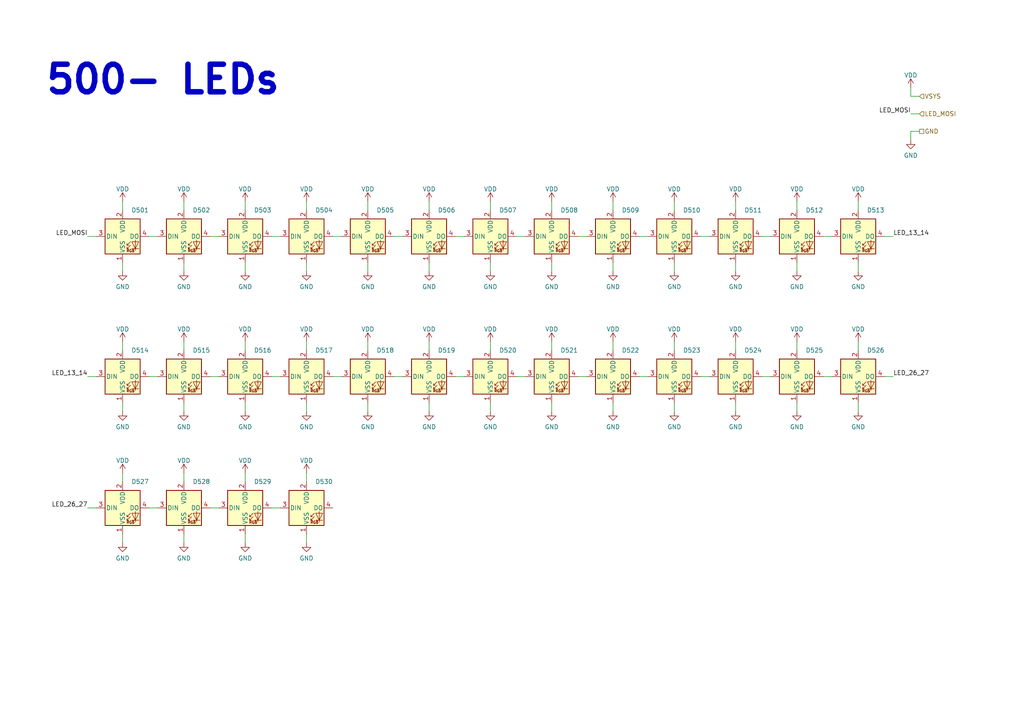
<source format=kicad_sch>
(kicad_sch (version 20231120) (generator "eeschema") (generator_version "8.0")
  (paper "A4")
  (title_block (title "PMK_Keyboard") (date "2024-02-11") (rev "HW01") (company "PumaCorp") (comment 1 "Design by: NdG"))
  (lib_symbols
    (symbol "Component lib:YF923_2020_WS2812_LED" (pin_names (offset 0.254))
      (property "Reference" "D" (at 5.08 5.715 0))
      (property "Value" "YF923_2020_WS2812_LED" (at 1.27 -5.715 0))
      (symbol "YF923_2020_WS2812_LED_0_0"
        (text "RGB" (at 2.286 -4.191 0) (effects (font (size 0.762 0.762))))
      )
      (symbol "YF923_2020_WS2812_LED_0_1"
        (polyline (pts (xy 1.27 -3.556) (xy 1.778 -3.556)))
        (polyline (pts (xy 1.27 -2.54) (xy 1.778 -2.54)))
        (polyline (pts (xy 4.699 -3.556) (xy 2.667 -3.556)))
        (polyline (pts (xy 2.286 -2.54) (xy 1.27 -3.556) (xy 1.27 -3.048)))
        (polyline (pts (xy 2.286 -1.524) (xy 1.27 -2.54) (xy 1.27 -2.032)))
        (polyline (pts (xy 3.683 -1.016) (xy 3.683 -3.556) (xy 3.683 -4.064)))
        (polyline (pts (xy 4.699 -1.524) (xy 2.667 -1.524) (xy 3.683 -3.556) (xy 4.699 -1.524)))
        (rectangle (start 5.08 5.08) (end -5.08 -5.08) (stroke (width 0.254)) (fill (type background)))
      )
      (symbol "YF923_2020_WS2812_LED_1_1"
        (pin power_in line (at 0 -7.62 90) (length 2.54) (name "VSS") (number "1"))
        (pin power_in line (at 0 7.62 270) (length 2.54) (name "VDD") (number "2"))
        (pin input line (at -7.62 0 0) (length 2.54) (name "DIN") (number "3"))
        (pin output line (at 7.62 0 180) (length 2.54) (name "DO") (number "4"))
      )
    )
    (symbol "power:GND" (power) (pin_names (offset 0))
      (property "Value" "GND" (at 0 -3.81 0))
      (symbol "GND_0_1"
        (polyline (pts (xy 0 0) (xy 0 -1.27) (xy 1.27 -1.27) (xy 0 -2.54) (xy -1.27 -1.27) (xy 0 -1.27)))
      )
      (symbol "GND_1_1"
        (pin power_in line (at 0 0 270) (length 0) hide (name "GND") (number "1"))
      )
    )
    (symbol "power:VDD" (power) (pin_names (offset 0))
      (property "Value" "VDD" (at 0 3.81 0))
      (symbol "VDD_0_1"
        (polyline (pts (xy -0.762 1.27) (xy 0 2.54)))
        (polyline (pts (xy 0 0) (xy 0 2.54)))
        (polyline (pts (xy 0 2.54) (xy 0.762 1.27)))
      )
      (symbol "VDD_1_1"
        (pin power_in line (at 0 0 90) (length 0) hide (name "VDD") (number "1"))
      )
    )
  )
  (wire (pts (xy 142.24 76.2) (xy 142.24 78.74)))
  (wire (pts (xy 149.86 109.22) (xy 152.4 109.22)))
  (wire (pts (xy 124.46 99.06) (xy 124.46 101.6)))
  (wire (pts (xy 88.9 99.06) (xy 88.9 101.6)))
  (wire (pts (xy 35.56 58.42) (xy 35.56 60.96)))
  (wire (pts (xy 231.14 58.42) (xy 231.14 60.96)))
  (wire (pts (xy 213.36 99.06) (xy 213.36 101.6)))
  (wire (pts (xy 132.08 68.58) (xy 134.62 68.58)))
  (wire (pts (xy 195.58 99.06) (xy 195.58 101.6)))
  (wire (pts (xy 213.36 58.42) (xy 213.36 60.96)))
  (wire (pts (xy 35.56 76.2) (xy 35.56 78.74)))
  (wire (pts (xy 195.58 116.84) (xy 195.58 119.38)))
  (wire (pts (xy 114.3 109.22) (xy 116.84 109.22)))
  (wire (pts (xy 71.12 116.84) (xy 71.12 119.38)))
  (wire (pts (xy 203.2 109.22) (xy 205.74 109.22)))
  (wire (pts (xy 106.68 76.2) (xy 106.68 78.74)))
  (wire (pts (xy 203.2 68.58) (xy 205.74 68.58)))
  (wire (pts (xy 167.64 109.22) (xy 170.18 109.22)))
  (wire (pts (xy 71.12 76.2) (xy 71.12 78.74)))
  (wire (pts (xy 88.9 154.94) (xy 88.9 157.48)))
  (wire (pts (xy 264.16 40.64) (xy 264.16 38.1)))
  (wire (pts (xy 88.9 76.2) (xy 88.9 78.74)))
  (wire (pts (xy 185.42 68.58) (xy 187.96 68.58)))
  (wire (pts (xy 160.02 58.42) (xy 160.02 60.96)))
  (wire (pts (xy 60.96 68.58) (xy 63.5 68.58)))
  (wire (pts (xy 231.14 99.06) (xy 231.14 101.6)))
  (wire (pts (xy 264.16 27.94) (xy 266.7 27.94)))
  (wire (pts (xy 256.54 109.22) (xy 259.08 109.22)))
  (wire (pts (xy 167.64 68.58) (xy 170.18 68.58)))
  (wire (pts (xy 43.18 109.22) (xy 45.72 109.22)))
  (wire (pts (xy 88.9 58.42) (xy 88.9 60.96)))
  (wire (pts (xy 96.52 68.58) (xy 99.06 68.58)))
  (wire (pts (xy 142.24 99.06) (xy 142.24 101.6)))
  (wire (pts (xy 53.34 116.84) (xy 53.34 119.38)))
  (wire (pts (xy 213.36 116.84) (xy 213.36 119.38)))
  (wire (pts (xy 35.56 99.06) (xy 35.56 101.6)))
  (wire (pts (xy 53.34 99.06) (xy 53.34 101.6)))
  (wire (pts (xy 35.56 154.94) (xy 35.56 157.48)))
  (wire (pts (xy 71.12 137.16) (xy 71.12 139.7)))
  (wire (pts (xy 177.8 58.42) (xy 177.8 60.96)))
  (wire (pts (xy 195.58 76.2) (xy 195.58 78.74)))
  (wire (pts (xy 106.68 99.06) (xy 106.68 101.6)))
  (wire (pts (xy 71.12 58.42) (xy 71.12 60.96)))
  (wire (pts (xy 53.34 76.2) (xy 53.34 78.74)))
  (wire (pts (xy 238.76 68.58) (xy 241.3 68.58)))
  (wire (pts (xy 114.3 68.58) (xy 116.84 68.58)))
  (wire (pts (xy 25.4 147.32) (xy 27.94 147.32)))
  (wire (pts (xy 35.56 137.16) (xy 35.56 139.7)))
  (wire (pts (xy 195.58 58.42) (xy 195.58 60.96)))
  (wire (pts (xy 264.16 33.02) (xy 266.7 33.02)))
  (wire (pts (xy 231.14 116.84) (xy 231.14 119.38)))
  (wire (pts (xy 248.92 76.2) (xy 248.92 78.74)))
  (wire (pts (xy 35.56 116.84) (xy 35.56 119.38)))
  (wire (pts (xy 160.02 76.2) (xy 160.02 78.74)))
  (wire (pts (xy 60.96 147.32) (xy 63.5 147.32)))
  (wire (pts (xy 264.16 38.1) (xy 266.7 38.1)))
  (wire (pts (xy 88.9 116.84) (xy 88.9 119.38)))
  (wire (pts (xy 264.16 25.4) (xy 264.16 27.94)))
  (wire (pts (xy 71.12 99.06) (xy 71.12 101.6)))
  (wire (pts (xy 213.36 76.2) (xy 213.36 78.74)))
  (wire (pts (xy 124.46 116.84) (xy 124.46 119.38)))
  (wire (pts (xy 53.34 58.42) (xy 53.34 60.96)))
  (wire (pts (xy 124.46 76.2) (xy 124.46 78.74)))
  (wire (pts (xy 106.68 116.84) (xy 106.68 119.38)))
  (wire (pts (xy 78.74 68.58) (xy 81.28 68.58)))
  (wire (pts (xy 231.14 76.2) (xy 231.14 78.74)))
  (wire (pts (xy 177.8 116.84) (xy 177.8 119.38)))
  (wire (pts (xy 60.96 109.22) (xy 63.5 109.22)))
  (wire (pts (xy 185.42 109.22) (xy 187.96 109.22)))
  (wire (pts (xy 96.52 109.22) (xy 99.06 109.22)))
  (wire (pts (xy 160.02 116.84) (xy 160.02 119.38)))
  (wire (pts (xy 238.76 109.22) (xy 241.3 109.22)))
  (wire (pts (xy 43.18 147.32) (xy 45.72 147.32)))
  (wire (pts (xy 160.02 99.06) (xy 160.02 101.6)))
  (wire (pts (xy 78.74 147.32) (xy 81.28 147.32)))
  (wire (pts (xy 25.4 109.22) (xy 27.94 109.22)))
  (wire (pts (xy 25.4 68.58) (xy 27.94 68.58)))
  (wire (pts (xy 132.08 109.22) (xy 134.62 109.22)))
  (wire (pts (xy 149.86 68.58) (xy 152.4 68.58)))
  (wire (pts (xy 53.34 154.94) (xy 53.34 157.48)))
  (wire (pts (xy 142.24 58.42) (xy 142.24 60.96)))
  (wire (pts (xy 142.24 116.84) (xy 142.24 119.38)))
  (wire (pts (xy 256.54 68.58) (xy 259.08 68.58)))
  (wire (pts (xy 43.18 68.58) (xy 45.72 68.58)))
  (wire (pts (xy 53.34 137.16) (xy 53.34 139.7)))
  (wire (pts (xy 71.12 154.94) (xy 71.12 157.48)))
  (wire (pts (xy 124.46 58.42) (xy 124.46 60.96)))
  (wire (pts (xy 177.8 76.2) (xy 177.8 78.74)))
  (wire (pts (xy 248.92 58.42) (xy 248.92 60.96)))
  (wire (pts (xy 248.92 116.84) (xy 248.92 119.38)))
  (wire (pts (xy 248.92 99.06) (xy 248.92 101.6)))
  (wire (pts (xy 220.98 68.58) (xy 223.52 68.58)))
  (wire (pts (xy 88.9 137.16) (xy 88.9 139.7)))
  (wire (pts (xy 177.8 99.06) (xy 177.8 101.6)))
  (wire (pts (xy 220.98 109.22) (xy 223.52 109.22)))
  (wire (pts (xy 78.74 109.22) (xy 81.28 109.22)))
  (wire (pts (xy 106.68 58.42) (xy 106.68 60.96)))
  (text "500- LEDs" (at 12.7 27.94 0) (effects (font (size 8 8) (bold yes)) (justify left bottom)))
  (label "LED_13_14" (at 259.08 68.58 0))
  (label "LED_26_27" (at 259.08 109.22 0))
  (label "LED_13_14" (at 25.4 109.22 180))
  (label "LED_MOSI" (at 264.16 33.02 180))
  (label "LED_MOSI" (at 25.4 68.58 180))
  (label "LED_26_27" (at 25.4 147.32 180))
  (hierarchical_label "LED_MOSI" (shape input) (at 266.7 33.02 0))
  (hierarchical_label "VSYS" (shape input) (at 266.7 27.94 0))
  (hierarchical_label "GND" (shape passive) (at 266.7 38.1 0))
  (symbol (lib_id "power:VDD") (at 35.56 137.16 0) (unit 1)
    (property "Reference" "#PWR0555" (effects (hide yes)))
    (property "Value" "VDD" (at 35.56 133.5842 0))
  )
  (symbol (lib_id "power:GND") (at 142.24 119.38 0) (unit 1)
    (property "Reference" "#PWR0548" (effects (hide yes)))
    (property "Value" "GND" (at 142.24 123.8234 0))
  )
  (symbol (lib_id "power:VDD") (at 142.24 99.06 0) (unit 1)
    (property "Reference" "#PWR0535" (effects (hide yes)))
    (property "Value" "VDD" (at 142.24 95.4842 0))
  )
  (symbol (lib_id "Component lib:YF923_2020_WS2812_LED") (at 106.68 68.58 0) (unit 1)
    (property "Reference" "D505" (at 111.76 60.96 0))
    (property "Value" "YF923_2020_WS2812_LED" (effects (hide yes)))
    (property "Footprint" "Component_lib:YF923_2020_WS2812_LED_DUALSIDE" (effects (hide yes)))
    (property "Datasheet" "https://fr.aliexpress.com/item/4000770210584.html?spm=a2g0o.order_list.order_list_main.4.702f5e5bJqEWkF&gatewayAdapt=glo2fra" (effects (hide yes)))
  )
  (symbol (lib_id "power:VDD") (at 35.56 58.42 0) (unit 1)
    (property "Reference" "#PWR0503" (effects (hide yes)))
    (property "Value" "VDD" (at 35.56 54.8442 0))
  )
  (symbol (lib_id "power:GND") (at 71.12 157.48 0) (unit 1)
    (property "Reference" "#PWR0560" (effects (hide yes)))
    (property "Value" "GND" (at 71.12 161.9234 0))
  )
  (symbol (lib_id "power:VDD") (at 71.12 58.42 0) (unit 1)
    (property "Reference" "#PWR0505" (effects (hide yes)))
    (property "Value" "VDD" (at 71.12 54.8442 0))
  )
  (symbol (lib_id "Component lib:YF923_2020_WS2812_LED") (at 195.58 68.58 0) (unit 1)
    (property "Reference" "D510" (at 200.66 60.96 0))
    (property "Value" "YF923_2020_WS2812_LED" (effects (hide yes)))
    (property "Footprint" "Component_lib:YF923_2020_WS2812_LED_DUALSIDE" (effects (hide yes)))
    (property "Datasheet" "https://fr.aliexpress.com/item/4000770210584.html?spm=a2g0o.order_list.order_list_main.4.702f5e5bJqEWkF&gatewayAdapt=glo2fra" (effects (hide yes)))
  )
  (symbol (lib_id "Component lib:YF923_2020_WS2812_LED") (at 177.8 68.58 0) (unit 1)
    (property "Reference" "D509" (at 182.88 60.96 0))
    (property "Value" "YF923_2020_WS2812_LED" (effects (hide yes)))
    (property "Footprint" "Component_lib:YF923_2020_WS2812_LED_DUALSIDE" (effects (hide yes)))
    (property "Datasheet" "https://fr.aliexpress.com/item/4000770210584.html?spm=a2g0o.order_list.order_list_main.4.702f5e5bJqEWkF&gatewayAdapt=glo2fra" (effects (hide yes)))
  )
  (symbol (lib_id "Component lib:YF923_2020_WS2812_LED") (at 177.8 109.22 0) (unit 1)
    (property "Reference" "D522" (at 182.88 101.6 0))
    (property "Value" "YF923_2020_WS2812_LED" (effects (hide yes)))
    (property "Footprint" "Component_lib:YF923_2020_WS2812_LED_DUALSIDE" (effects (hide yes)))
    (property "Datasheet" "https://fr.aliexpress.com/item/4000770210584.html?spm=a2g0o.order_list.order_list_main.4.702f5e5bJqEWkF&gatewayAdapt=glo2fra" (effects (hide yes)))
  )
  (symbol (lib_id "power:VDD") (at 124.46 58.42 0) (unit 1)
    (property "Reference" "#PWR0508" (effects (hide yes)))
    (property "Value" "VDD" (at 124.46 54.8442 0))
  )
  (symbol (lib_id "Component lib:YF923_2020_WS2812_LED") (at 160.02 109.22 0) (unit 1)
    (property "Reference" "D521" (at 165.1 101.6 0))
    (property "Value" "YF923_2020_WS2812_LED" (effects (hide yes)))
    (property "Footprint" "Component_lib:YF923_2020_WS2812_LED_DUALSIDE" (effects (hide yes)))
    (property "Datasheet" "https://fr.aliexpress.com/item/4000770210584.html?spm=a2g0o.order_list.order_list_main.4.702f5e5bJqEWkF&gatewayAdapt=glo2fra" (effects (hide yes)))
  )
  (symbol (lib_id "Component lib:YF923_2020_WS2812_LED") (at 142.24 68.58 0) (unit 1)
    (property "Reference" "D507" (at 147.32 60.96 0))
    (property "Value" "YF923_2020_WS2812_LED" (effects (hide yes)))
    (property "Footprint" "Component_lib:YF923_2020_WS2812_LED_DUALSIDE" (effects (hide yes)))
    (property "Datasheet" "https://fr.aliexpress.com/item/4000770210584.html?spm=a2g0o.order_list.order_list_main.4.702f5e5bJqEWkF&gatewayAdapt=glo2fra" (effects (hide yes)))
  )
  (symbol (lib_id "power:GND") (at 53.34 157.48 0) (unit 1)
    (property "Reference" "#PWR0559" (effects (hide yes)))
    (property "Value" "GND" (at 53.34 161.9234 0))
  )
  (symbol (lib_id "Component lib:YF923_2020_WS2812_LED") (at 248.92 109.22 0) (unit 1)
    (property "Reference" "D526" (at 254 101.6 0))
    (property "Value" "YF923_2020_WS2812_LED" (effects (hide yes)))
    (property "Footprint" "Component_lib:YF923_2020_WS2812_LED_DUALSIDE" (effects (hide yes)))
    (property "Datasheet" "https://fr.aliexpress.com/item/4000770210584.html?spm=a2g0o.order_list.order_list_main.4.702f5e5bJqEWkF&gatewayAdapt=glo2fra" (effects (hide yes)))
  )
  (symbol (lib_id "Component lib:YF923_2020_WS2812_LED") (at 160.02 68.58 0) (unit 1)
    (property "Reference" "D508" (at 165.1 60.96 0))
    (property "Value" "YF923_2020_WS2812_LED" (effects (hide yes)))
    (property "Footprint" "Component_lib:YF923_2020_WS2812_LED_DUALSIDE" (effects (hide yes)))
    (property "Datasheet" "https://fr.aliexpress.com/item/4000770210584.html?spm=a2g0o.order_list.order_list_main.4.702f5e5bJqEWkF&gatewayAdapt=glo2fra" (effects (hide yes)))
  )
  (symbol (lib_id "power:GND") (at 124.46 119.38 0) (unit 1)
    (property "Reference" "#PWR0547" (effects (hide yes)))
    (property "Value" "GND" (at 124.46 123.8234 0))
  )
  (symbol (lib_id "Component lib:YF923_2020_WS2812_LED") (at 248.92 68.58 0) (unit 1)
    (property "Reference" "D513" (at 254 60.96 0))
    (property "Value" "YF923_2020_WS2812_LED" (effects (hide yes)))
    (property "Footprint" "Component_lib:YF923_2020_WS2812_LED_DUALSIDE" (effects (hide yes)))
    (property "Datasheet" "https://fr.aliexpress.com/item/4000770210584.html?spm=a2g0o.order_list.order_list_main.4.702f5e5bJqEWkF&gatewayAdapt=glo2fra" (effects (hide yes)))
  )
  (symbol (lib_id "power:VDD") (at 248.92 58.42 0) (unit 1)
    (property "Reference" "#PWR0515" (effects (hide yes)))
    (property "Value" "VDD" (at 248.92 54.8442 0))
  )
  (symbol (lib_id "power:VDD") (at 53.34 137.16 0) (unit 1)
    (property "Reference" "#PWR0556" (effects (hide yes)))
    (property "Value" "VDD" (at 53.34 133.5842 0))
  )
  (symbol (lib_id "power:VDD") (at 35.56 99.06 0) (unit 1)
    (property "Reference" "#PWR0529" (effects (hide yes)))
    (property "Value" "VDD" (at 35.56 95.4842 0))
  )
  (symbol (lib_id "Component lib:YF923_2020_WS2812_LED") (at 88.9 147.32 0) (unit 1)
    (property "Reference" "D530" (at 93.98 139.7 0))
    (property "Value" "YF923_2020_WS2812_LED" (effects (hide yes)))
    (property "Footprint" "Component_lib:YF923_2020_WS2812_LED_DUALSIDE" (effects (hide yes)))
    (property "Datasheet" "https://fr.aliexpress.com/item/4000770210584.html?spm=a2g0o.order_list.order_list_main.4.702f5e5bJqEWkF&gatewayAdapt=glo2fra" (effects (hide yes)))
  )
  (symbol (lib_id "Component lib:YF923_2020_WS2812_LED") (at 71.12 147.32 0) (unit 1)
    (property "Reference" "D529" (at 76.2 139.7 0))
    (property "Value" "YF923_2020_WS2812_LED" (effects (hide yes)))
    (property "Footprint" "Component_lib:YF923_2020_WS2812_LED_DUALSIDE" (effects (hide yes)))
    (property "Datasheet" "https://fr.aliexpress.com/item/4000770210584.html?spm=a2g0o.order_list.order_list_main.4.702f5e5bJqEWkF&gatewayAdapt=glo2fra" (effects (hide yes)))
  )
  (symbol (lib_id "power:VDD") (at 264.16 25.4 0) (unit 1)
    (property "Reference" "#PWR0501" (effects (hide yes)))
    (property "Value" "VDD" (at 264.16 21.8242 0))
  )
  (symbol (lib_id "power:VDD") (at 124.46 99.06 0) (unit 1)
    (property "Reference" "#PWR0534" (effects (hide yes)))
    (property "Value" "VDD" (at 124.46 95.4842 0))
  )
  (symbol (lib_id "Component lib:YF923_2020_WS2812_LED") (at 35.56 109.22 0) (unit 1)
    (property "Reference" "D514" (at 40.64 101.6 0))
    (property "Value" "YF923_2020_WS2812_LED" (effects (hide yes)))
    (property "Footprint" "Component_lib:YF923_2020_WS2812_LED_DUALSIDE" (effects (hide yes)))
    (property "Datasheet" "https://fr.aliexpress.com/item/4000770210584.html?spm=a2g0o.order_list.order_list_main.4.702f5e5bJqEWkF&gatewayAdapt=glo2fra" (effects (hide yes)))
  )
  (symbol (lib_id "power:GND") (at 35.56 119.38 0) (unit 1)
    (property "Reference" "#PWR0542" (effects (hide yes)))
    (property "Value" "GND" (at 35.56 123.8234 0))
  )
  (symbol (lib_id "Component lib:YF923_2020_WS2812_LED") (at 106.68 109.22 0) (unit 1)
    (property "Reference" "D518" (at 111.76 101.6 0))
    (property "Value" "YF923_2020_WS2812_LED" (effects (hide yes)))
    (property "Footprint" "Component_lib:YF923_2020_WS2812_LED_DUALSIDE" (effects (hide yes)))
    (property "Datasheet" "https://fr.aliexpress.com/item/4000770210584.html?spm=a2g0o.order_list.order_list_main.4.702f5e5bJqEWkF&gatewayAdapt=glo2fra" (effects (hide yes)))
  )
  (symbol (lib_id "Component lib:YF923_2020_WS2812_LED") (at 88.9 68.58 0) (unit 1)
    (property "Reference" "D504" (at 93.98 60.96 0))
    (property "Value" "YF923_2020_WS2812_LED" (effects (hide yes)))
    (property "Footprint" "Component_lib:YF923_2020_WS2812_LED_DUALSIDE" (effects (hide yes)))
    (property "Datasheet" "https://fr.aliexpress.com/item/4000770210584.html?spm=a2g0o.order_list.order_list_main.4.702f5e5bJqEWkF&gatewayAdapt=glo2fra" (effects (hide yes)))
  )
  (symbol (lib_id "power:GND") (at 264.16 40.64 0) (unit 1)
    (property "Reference" "#PWR0502" (effects (hide yes)))
    (property "Value" "GND" (at 264.16 45.0834 0))
  )
  (symbol (lib_id "power:GND") (at 124.46 78.74 0) (unit 1)
    (property "Reference" "#PWR0521" (effects (hide yes)))
    (property "Value" "GND" (at 124.46 83.1834 0))
  )
  (symbol (lib_id "power:VDD") (at 195.58 99.06 0) (unit 1)
    (property "Reference" "#PWR0538" (effects (hide yes)))
    (property "Value" "VDD" (at 195.58 95.4842 0))
  )
  (symbol (lib_id "Component lib:YF923_2020_WS2812_LED") (at 71.12 109.22 0) (unit 1)
    (property "Reference" "D516" (at 76.2 101.6 0))
    (property "Value" "YF923_2020_WS2812_LED" (effects (hide yes)))
    (property "Footprint" "Component_lib:YF923_2020_WS2812_LED_DUALSIDE" (effects (hide yes)))
    (property "Datasheet" "https://fr.aliexpress.com/item/4000770210584.html?spm=a2g0o.order_list.order_list_main.4.702f5e5bJqEWkF&gatewayAdapt=glo2fra" (effects (hide yes)))
  )
  (symbol (lib_id "power:GND") (at 195.58 119.38 0) (unit 1)
    (property "Reference" "#PWR0551" (effects (hide yes)))
    (property "Value" "GND" (at 195.58 123.8234 0))
  )
  (symbol (lib_id "power:GND") (at 53.34 119.38 0) (unit 1)
    (property "Reference" "#PWR0543" (effects (hide yes)))
    (property "Value" "GND" (at 53.34 123.8234 0))
  )
  (symbol (lib_id "Component lib:YF923_2020_WS2812_LED") (at 213.36 109.22 0) (unit 1)
    (property "Reference" "D524" (at 218.44 101.6 0))
    (property "Value" "YF923_2020_WS2812_LED" (effects (hide yes)))
    (property "Footprint" "Component_lib:YF923_2020_WS2812_LED_DUALSIDE" (effects (hide yes)))
    (property "Datasheet" "https://fr.aliexpress.com/item/4000770210584.html?spm=a2g0o.order_list.order_list_main.4.702f5e5bJqEWkF&gatewayAdapt=glo2fra" (effects (hide yes)))
  )
  (symbol (lib_id "Component lib:YF923_2020_WS2812_LED") (at 231.14 68.58 0) (unit 1)
    (property "Reference" "D512" (at 236.22 60.96 0))
    (property "Value" "YF923_2020_WS2812_LED" (effects (hide yes)))
    (property "Footprint" "Component_lib:YF923_2020_WS2812_LED_DUALSIDE" (effects (hide yes)))
    (property "Datasheet" "https://fr.aliexpress.com/item/4000770210584.html?spm=a2g0o.order_list.order_list_main.4.702f5e5bJqEWkF&gatewayAdapt=glo2fra" (effects (hide yes)))
  )
  (symbol (lib_id "Component lib:YF923_2020_WS2812_LED") (at 124.46 109.22 0) (unit 1)
    (property "Reference" "D519" (at 129.54 101.6 0))
    (property "Value" "YF923_2020_WS2812_LED" (effects (hide yes)))
    (property "Footprint" "Component_lib:YF923_2020_WS2812_LED_DUALSIDE" (effects (hide yes)))
    (property "Datasheet" "https://fr.aliexpress.com/item/4000770210584.html?spm=a2g0o.order_list.order_list_main.4.702f5e5bJqEWkF&gatewayAdapt=glo2fra" (effects (hide yes)))
  )
  (symbol (lib_id "power:GND") (at 231.14 78.74 0) (unit 1)
    (property "Reference" "#PWR0527" (effects (hide yes)))
    (property "Value" "GND" (at 231.14 83.1834 0))
  )
  (symbol (lib_id "power:VDD") (at 195.58 58.42 0) (unit 1)
    (property "Reference" "#PWR0512" (effects (hide yes)))
    (property "Value" "VDD" (at 195.58 54.8442 0))
  )
  (symbol (lib_id "Component lib:YF923_2020_WS2812_LED") (at 142.24 109.22 0) (unit 1)
    (property "Reference" "D520" (at 147.32 101.6 0))
    (property "Value" "YF923_2020_WS2812_LED" (effects (hide yes)))
    (property "Footprint" "Component_lib:YF923_2020_WS2812_LED_DUALSIDE" (effects (hide yes)))
    (property "Datasheet" "https://fr.aliexpress.com/item/4000770210584.html?spm=a2g0o.order_list.order_list_main.4.702f5e5bJqEWkF&gatewayAdapt=glo2fra" (effects (hide yes)))
  )
  (symbol (lib_id "power:GND") (at 177.8 78.74 0) (unit 1)
    (property "Reference" "#PWR0524" (effects (hide yes)))
    (property "Value" "GND" (at 177.8 83.1834 0))
  )
  (symbol (lib_id "power:VDD") (at 106.68 58.42 0) (unit 1)
    (property "Reference" "#PWR0507" (effects (hide yes)))
    (property "Value" "VDD" (at 106.68 54.8442 0))
  )
  (symbol (lib_id "power:VDD") (at 88.9 99.06 0) (unit 1)
    (property "Reference" "#PWR0532" (effects (hide yes)))
    (property "Value" "VDD" (at 88.9 95.4842 0))
  )
  (symbol (lib_id "Component lib:YF923_2020_WS2812_LED") (at 213.36 68.58 0) (unit 1)
    (property "Reference" "D511" (at 218.44 60.96 0))
    (property "Value" "YF923_2020_WS2812_LED" (effects (hide yes)))
    (property "Footprint" "Component_lib:YF923_2020_WS2812_LED_DUALSIDE" (effects (hide yes)))
    (property "Datasheet" "https://fr.aliexpress.com/item/4000770210584.html?spm=a2g0o.order_list.order_list_main.4.702f5e5bJqEWkF&gatewayAdapt=glo2fra" (effects (hide yes)))
  )
  (symbol (lib_id "power:GND") (at 177.8 119.38 0) (unit 1)
    (property "Reference" "#PWR0550" (effects (hide yes)))
    (property "Value" "GND" (at 177.8 123.8234 0))
  )
  (symbol (lib_id "power:VDD") (at 213.36 58.42 0) (unit 1)
    (property "Reference" "#PWR0513" (effects (hide yes)))
    (property "Value" "VDD" (at 213.36 54.8442 0))
  )
  (symbol (lib_id "Component lib:YF923_2020_WS2812_LED") (at 53.34 68.58 0) (unit 1)
    (property "Reference" "D502" (at 58.42 60.96 0))
    (property "Value" "YF923_2020_WS2812_LED" (effects (hide yes)))
    (property "Footprint" "Component_lib:YF923_2020_WS2812_LED_DUALSIDE" (effects (hide yes)))
    (property "Datasheet" "https://fr.aliexpress.com/item/4000770210584.html?spm=a2g0o.order_list.order_list_main.4.702f5e5bJqEWkF&gatewayAdapt=glo2fra" (effects (hide yes)))
  )
  (symbol (lib_id "Component lib:YF923_2020_WS2812_LED") (at 124.46 68.58 0) (unit 1)
    (property "Reference" "D506" (at 129.54 60.96 0))
    (property "Value" "YF923_2020_WS2812_LED" (effects (hide yes)))
    (property "Footprint" "Component_lib:YF923_2020_WS2812_LED_DUALSIDE" (effects (hide yes)))
    (property "Datasheet" "https://fr.aliexpress.com/item/4000770210584.html?spm=a2g0o.order_list.order_list_main.4.702f5e5bJqEWkF&gatewayAdapt=glo2fra" (effects (hide yes)))
  )
  (symbol (lib_id "power:VDD") (at 53.34 58.42 0) (unit 1)
    (property "Reference" "#PWR0504" (effects (hide yes)))
    (property "Value" "VDD" (at 53.34 54.8442 0))
  )
  (symbol (lib_id "power:VDD") (at 213.36 99.06 0) (unit 1)
    (property "Reference" "#PWR0539" (effects (hide yes)))
    (property "Value" "VDD" (at 213.36 95.4842 0))
  )
  (symbol (lib_id "power:GND") (at 106.68 119.38 0) (unit 1)
    (property "Reference" "#PWR0546" (effects (hide yes)))
    (property "Value" "GND" (at 106.68 123.8234 0))
  )
  (symbol (lib_id "power:VDD") (at 88.9 137.16 0) (unit 1)
    (property "Reference" "#PWR0209" (effects (hide yes)))
    (property "Value" "VDD" (at 88.9 133.5842 0))
  )
  (symbol (lib_id "Component lib:YF923_2020_WS2812_LED") (at 35.56 147.32 0) (unit 1)
    (property "Reference" "D527" (at 40.64 139.7 0))
    (property "Value" "YF923_2020_WS2812_LED" (effects (hide yes)))
    (property "Footprint" "Component_lib:YF923_2020_WS2812_LED_DUALSIDE" (effects (hide yes)))
    (property "Datasheet" "https://fr.aliexpress.com/item/4000770210584.html?spm=a2g0o.order_list.order_list_main.4.702f5e5bJqEWkF&gatewayAdapt=glo2fra" (effects (hide yes)))
  )
  (symbol (lib_id "power:GND") (at 88.9 119.38 0) (unit 1)
    (property "Reference" "#PWR0545" (effects (hide yes)))
    (property "Value" "GND" (at 88.9 123.8234 0))
  )
  (symbol (lib_id "power:GND") (at 88.9 78.74 0) (unit 1)
    (property "Reference" "#PWR0519" (effects (hide yes)))
    (property "Value" "GND" (at 88.9 83.1834 0))
  )
  (symbol (lib_id "Component lib:YF923_2020_WS2812_LED") (at 35.56 68.58 0) (unit 1)
    (property "Reference" "D501" (at 40.64 60.96 0))
    (property "Value" "YF923_2020_WS2812_LED" (effects (hide yes)))
    (property "Footprint" "Component_lib:YF923_2020_WS2812_LED_DUALSIDE" (effects (hide yes)))
    (property "Datasheet" "https://fr.aliexpress.com/item/4000770210584.html?spm=a2g0o.order_list.order_list_main.4.702f5e5bJqEWkF&gatewayAdapt=glo2fra" (effects (hide yes)))
  )
  (symbol (lib_id "power:VDD") (at 88.9 58.42 0) (unit 1)
    (property "Reference" "#PWR0506" (effects (hide yes)))
    (property "Value" "VDD" (at 88.9 54.8442 0))
  )
  (symbol (lib_id "power:VDD") (at 71.12 137.16 0) (unit 1)
    (property "Reference" "#PWR0557" (effects (hide yes)))
    (property "Value" "VDD" (at 71.12 133.5842 0))
  )
  (symbol (lib_id "Component lib:YF923_2020_WS2812_LED") (at 195.58 109.22 0) (unit 1)
    (property "Reference" "D523" (at 200.66 101.6 0))
    (property "Value" "YF923_2020_WS2812_LED" (effects (hide yes)))
    (property "Footprint" "Component_lib:YF923_2020_WS2812_LED_DUALSIDE" (effects (hide yes)))
    (property "Datasheet" "https://fr.aliexpress.com/item/4000770210584.html?spm=a2g0o.order_list.order_list_main.4.702f5e5bJqEWkF&gatewayAdapt=glo2fra" (effects (hide yes)))
  )
  (symbol (lib_id "power:GND") (at 248.92 119.38 0) (unit 1)
    (property "Reference" "#PWR0554" (effects (hide yes)))
    (property "Value" "GND" (at 248.92 123.8234 0))
  )
  (symbol (lib_id "power:GND") (at 213.36 78.74 0) (unit 1)
    (property "Reference" "#PWR0526" (effects (hide yes)))
    (property "Value" "GND" (at 213.36 83.1834 0))
  )
  (symbol (lib_id "power:GND") (at 35.56 78.74 0) (unit 1)
    (property "Reference" "#PWR0516" (effects (hide yes)))
    (property "Value" "GND" (at 35.56 83.1834 0))
  )
  (symbol (lib_id "power:VDD") (at 53.34 99.06 0) (unit 1)
    (property "Reference" "#PWR0530" (effects (hide yes)))
    (property "Value" "VDD" (at 53.34 95.4842 0))
  )
  (symbol (lib_id "power:GND") (at 71.12 78.74 0) (unit 1)
    (property "Reference" "#PWR0518" (effects (hide yes)))
    (property "Value" "GND" (at 71.12 83.1834 0))
  )
  (symbol (lib_id "power:VDD") (at 106.68 99.06 0) (unit 1)
    (property "Reference" "#PWR0533" (effects (hide yes)))
    (property "Value" "VDD" (at 106.68 95.4842 0))
  )
  (symbol (lib_id "power:GND") (at 160.02 119.38 0) (unit 1)
    (property "Reference" "#PWR0549" (effects (hide yes)))
    (property "Value" "GND" (at 160.02 123.8234 0))
  )
  (symbol (lib_id "power:GND") (at 248.92 78.74 0) (unit 1)
    (property "Reference" "#PWR0528" (effects (hide yes)))
    (property "Value" "GND" (at 248.92 83.1834 0))
  )
  (symbol (lib_id "power:VDD") (at 142.24 58.42 0) (unit 1)
    (property "Reference" "#PWR0509" (effects (hide yes)))
    (property "Value" "VDD" (at 142.24 54.8442 0))
  )
  (symbol (lib_id "Component lib:YF923_2020_WS2812_LED") (at 53.34 147.32 0) (unit 1)
    (property "Reference" "D528" (at 58.42 139.7 0))
    (property "Value" "YF923_2020_WS2812_LED" (effects (hide yes)))
    (property "Footprint" "Component_lib:YF923_2020_WS2812_LED_DUALSIDE" (effects (hide yes)))
    (property "Datasheet" "https://fr.aliexpress.com/item/4000770210584.html?spm=a2g0o.order_list.order_list_main.4.702f5e5bJqEWkF&gatewayAdapt=glo2fra" (effects (hide yes)))
  )
  (symbol (lib_id "power:GND") (at 213.36 119.38 0) (unit 1)
    (property "Reference" "#PWR0552" (effects (hide yes)))
    (property "Value" "GND" (at 213.36 123.8234 0))
  )
  (symbol (lib_id "power:VDD") (at 177.8 99.06 0) (unit 1)
    (property "Reference" "#PWR0537" (effects (hide yes)))
    (property "Value" "VDD" (at 177.8 95.4842 0))
  )
  (symbol (lib_id "power:GND") (at 195.58 78.74 0) (unit 1)
    (property "Reference" "#PWR0525" (effects (hide yes)))
    (property "Value" "GND" (at 195.58 83.1834 0))
  )
  (symbol (lib_id "Component lib:YF923_2020_WS2812_LED") (at 53.34 109.22 0) (unit 1)
    (property "Reference" "D515" (at 58.42 101.6 0))
    (property "Value" "YF923_2020_WS2812_LED" (effects (hide yes)))
    (property "Footprint" "Component_lib:YF923_2020_WS2812_LED_DUALSIDE" (effects (hide yes)))
    (property "Datasheet" "https://fr.aliexpress.com/item/4000770210584.html?spm=a2g0o.order_list.order_list_main.4.702f5e5bJqEWkF&gatewayAdapt=glo2fra" (effects (hide yes)))
  )
  (symbol (lib_id "power:GND") (at 71.12 119.38 0) (unit 1)
    (property "Reference" "#PWR0544" (effects (hide yes)))
    (property "Value" "GND" (at 71.12 123.8234 0))
  )
  (symbol (lib_id "power:GND") (at 231.14 119.38 0) (unit 1)
    (property "Reference" "#PWR0553" (effects (hide yes)))
    (property "Value" "GND" (at 231.14 123.8234 0))
  )
  (symbol (lib_id "power:VDD") (at 231.14 58.42 0) (unit 1)
    (property "Reference" "#PWR0514" (effects (hide yes)))
    (property "Value" "VDD" (at 231.14 54.8442 0))
  )
  (symbol (lib_id "power:VDD") (at 231.14 99.06 0) (unit 1)
    (property "Reference" "#PWR0540" (effects (hide yes)))
    (property "Value" "VDD" (at 231.14 95.4842 0))
  )
  (symbol (lib_id "power:VDD") (at 160.02 99.06 0) (unit 1)
    (property "Reference" "#PWR0536" (effects (hide yes)))
    (property "Value" "VDD" (at 160.02 95.4842 0))
  )
  (symbol (lib_id "power:GND") (at 106.68 78.74 0) (unit 1)
    (property "Reference" "#PWR0520" (effects (hide yes)))
    (property "Value" "GND" (at 106.68 83.1834 0))
  )
  (symbol (lib_id "power:GND") (at 88.9 157.48 0) (unit 1)
    (property "Reference" "#PWR0210" (effects (hide yes)))
    (property "Value" "GND" (at 88.9 161.9234 0))
  )
  (symbol (lib_id "power:VDD") (at 71.12 99.06 0) (unit 1)
    (property "Reference" "#PWR0531" (effects (hide yes)))
    (property "Value" "VDD" (at 71.12 95.4842 0))
  )
  (symbol (lib_id "Component lib:YF923_2020_WS2812_LED") (at 88.9 109.22 0) (unit 1)
    (property "Reference" "D517" (at 93.98 101.6 0))
    (property "Value" "YF923_2020_WS2812_LED" (effects (hide yes)))
    (property "Footprint" "Component_lib:YF923_2020_WS2812_LED_DUALSIDE" (effects (hide yes)))
    (property "Datasheet" "https://fr.aliexpress.com/item/4000770210584.html?spm=a2g0o.order_list.order_list_main.4.702f5e5bJqEWkF&gatewayAdapt=glo2fra" (effects (hide yes)))
  )
  (symbol (lib_id "Component lib:YF923_2020_WS2812_LED") (at 231.14 109.22 0) (unit 1)
    (property "Reference" "D525" (at 236.22 101.6 0))
    (property "Value" "YF923_2020_WS2812_LED" (effects (hide yes)))
    (property "Footprint" "Component_lib:YF923_2020_WS2812_LED_DUALSIDE" (effects (hide yes)))
    (property "Datasheet" "https://fr.aliexpress.com/item/4000770210584.html?spm=a2g0o.order_list.order_list_main.4.702f5e5bJqEWkF&gatewayAdapt=glo2fra" (effects (hide yes)))
  )
  (symbol (lib_id "power:GND") (at 35.56 157.48 0) (unit 1)
    (property "Reference" "#PWR0558" (effects (hide yes)))
    (property "Value" "GND" (at 35.56 161.9234 0))
  )
  (symbol (lib_id "power:VDD") (at 177.8 58.42 0) (unit 1)
    (property "Reference" "#PWR0511" (effects (hide yes)))
    (property "Value" "VDD" (at 177.8 54.8442 0))
  )
  (symbol (lib_id "power:VDD") (at 160.02 58.42 0) (unit 1)
    (property "Reference" "#PWR0510" (effects (hide yes)))
    (property "Value" "VDD" (at 160.02 54.8442 0))
  )
  (symbol (lib_id "power:GND") (at 142.24 78.74 0) (unit 1)
    (property "Reference" "#PWR0522" (effects (hide yes)))
    (property "Value" "GND" (at 142.24 83.1834 0))
  )
  (symbol (lib_id "power:VDD") (at 248.92 99.06 0) (unit 1)
    (property "Reference" "#PWR0541" (effects (hide yes)))
    (property "Value" "VDD" (at 248.92 95.4842 0))
  )
  (symbol (lib_id "power:GND") (at 53.34 78.74 0) (unit 1)
    (property "Reference" "#PWR0517" (effects (hide yes)))
    (property "Value" "GND" (at 53.34 83.1834 0))
  )
  (symbol (lib_id "power:GND") (at 160.02 78.74 0) (unit 1)
    (property "Reference" "#PWR0523" (effects (hide yes)))
    (property "Value" "GND" (at 160.02 83.1834 0))
  )
  (symbol (lib_id "Component lib:YF923_2020_WS2812_LED") (at 71.12 68.58 0) (unit 1)
    (property "Reference" "D503" (at 76.2 60.96 0))
    (property "Value" "YF923_2020_WS2812_LED" (effects (hide yes)))
    (property "Footprint" "Component_lib:YF923_2020_WS2812_LED_DUALSIDE" (effects (hide yes)))
    (property "Datasheet" "https://fr.aliexpress.com/item/4000770210584.html?spm=a2g0o.order_list.order_list_main.4.702f5e5bJqEWkF&gatewayAdapt=glo2fra" (effects (hide yes)))
  )
)
</source>
